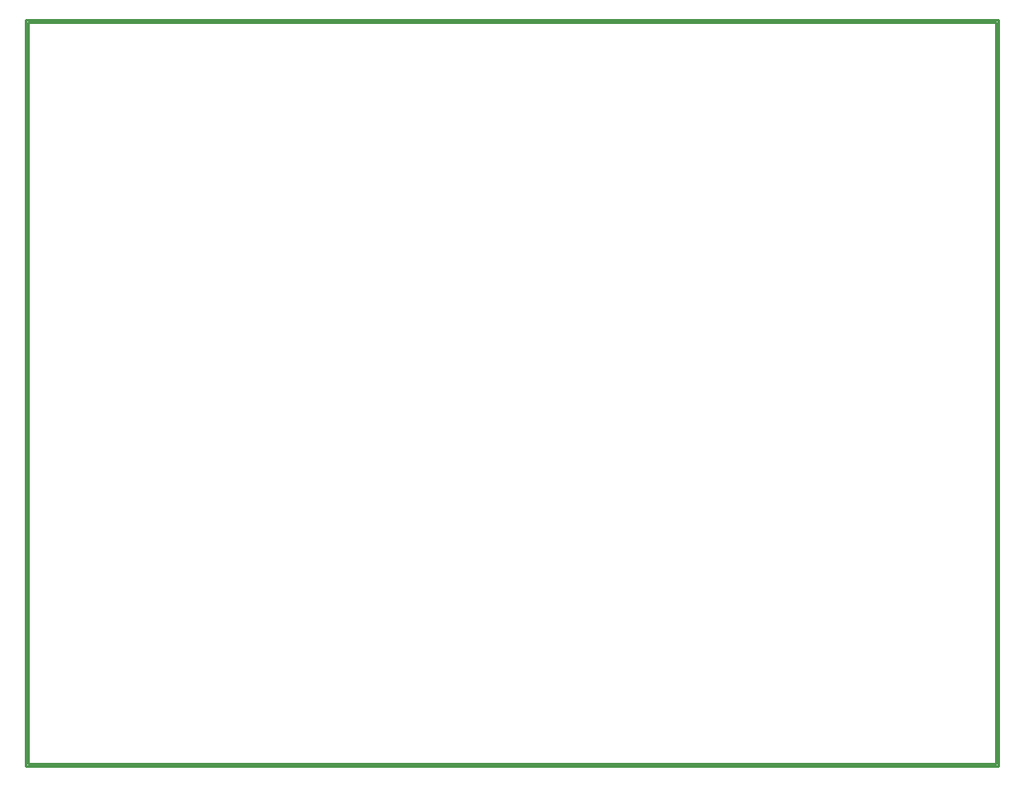
<source format=gbo>
G04*
G04 #@! TF.GenerationSoftware,Altium Limited,Altium Designer,20.1.14 (287)*
G04*
G04 Layer_Color=32896*
%FSLAX25Y25*%
%MOIN*%
G70*
G04*
G04 #@! TF.SameCoordinates,DFD3654D-5228-4AA8-B9DD-6FAD7AD09D05*
G04*
G04*
G04 #@! TF.FilePolarity,Positive*
G04*
G01*
G75*
%ADD13C,0.01000*%
D13*
X1000Y1000D02*
X391000D01*
Y300000D01*
X1000D02*
X391000D01*
X1000Y1000D02*
Y300000D01*
X0Y0D02*
X392000D01*
Y301000D01*
X0D02*
X392000D01*
X0Y0D02*
Y301000D01*
M02*

</source>
